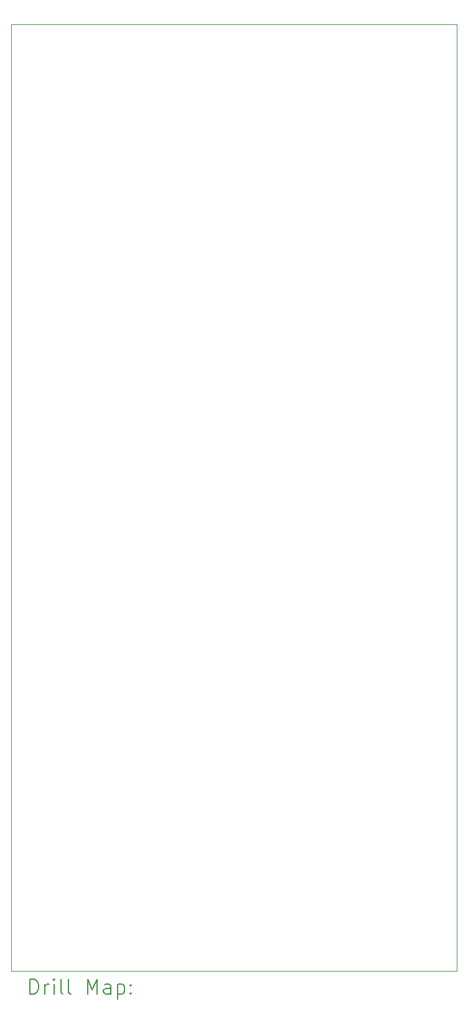
<source format=gbr>
%FSLAX45Y45*%
G04 Gerber Fmt 4.5, Leading zero omitted, Abs format (unit mm)*
G04 Created by KiCad (PCBNEW (6.0.4)) date 2023-11-12 13:57:50*
%MOMM*%
%LPD*%
G01*
G04 APERTURE LIST*
%TA.AperFunction,Profile*%
%ADD10C,0.050000*%
%TD*%
%ADD11C,0.200000*%
G04 APERTURE END LIST*
D10*
X6000000Y-3400000D02*
X12060000Y-3400000D01*
X12060000Y-3400000D02*
X12060000Y-16250000D01*
X12060000Y-16250000D02*
X6000000Y-16250000D01*
X6000000Y-16250000D02*
X6000000Y-3400000D01*
D11*
X6255119Y-16562976D02*
X6255119Y-16362976D01*
X6302738Y-16362976D01*
X6331309Y-16372500D01*
X6350357Y-16391548D01*
X6359881Y-16410595D01*
X6369405Y-16448690D01*
X6369405Y-16477262D01*
X6359881Y-16515357D01*
X6350357Y-16534405D01*
X6331309Y-16553452D01*
X6302738Y-16562976D01*
X6255119Y-16562976D01*
X6455119Y-16562976D02*
X6455119Y-16429643D01*
X6455119Y-16467738D02*
X6464643Y-16448690D01*
X6474167Y-16439167D01*
X6493214Y-16429643D01*
X6512262Y-16429643D01*
X6578928Y-16562976D02*
X6578928Y-16429643D01*
X6578928Y-16362976D02*
X6569405Y-16372500D01*
X6578928Y-16382024D01*
X6588452Y-16372500D01*
X6578928Y-16362976D01*
X6578928Y-16382024D01*
X6702738Y-16562976D02*
X6683690Y-16553452D01*
X6674167Y-16534405D01*
X6674167Y-16362976D01*
X6807500Y-16562976D02*
X6788452Y-16553452D01*
X6778928Y-16534405D01*
X6778928Y-16362976D01*
X7036071Y-16562976D02*
X7036071Y-16362976D01*
X7102738Y-16505833D01*
X7169405Y-16362976D01*
X7169405Y-16562976D01*
X7350357Y-16562976D02*
X7350357Y-16458214D01*
X7340833Y-16439167D01*
X7321786Y-16429643D01*
X7283690Y-16429643D01*
X7264643Y-16439167D01*
X7350357Y-16553452D02*
X7331309Y-16562976D01*
X7283690Y-16562976D01*
X7264643Y-16553452D01*
X7255119Y-16534405D01*
X7255119Y-16515357D01*
X7264643Y-16496309D01*
X7283690Y-16486786D01*
X7331309Y-16486786D01*
X7350357Y-16477262D01*
X7445595Y-16429643D02*
X7445595Y-16629643D01*
X7445595Y-16439167D02*
X7464643Y-16429643D01*
X7502738Y-16429643D01*
X7521786Y-16439167D01*
X7531309Y-16448690D01*
X7540833Y-16467738D01*
X7540833Y-16524881D01*
X7531309Y-16543928D01*
X7521786Y-16553452D01*
X7502738Y-16562976D01*
X7464643Y-16562976D01*
X7445595Y-16553452D01*
X7626548Y-16543928D02*
X7636071Y-16553452D01*
X7626548Y-16562976D01*
X7617024Y-16553452D01*
X7626548Y-16543928D01*
X7626548Y-16562976D01*
X7626548Y-16439167D02*
X7636071Y-16448690D01*
X7626548Y-16458214D01*
X7617024Y-16448690D01*
X7626548Y-16439167D01*
X7626548Y-16458214D01*
M02*

</source>
